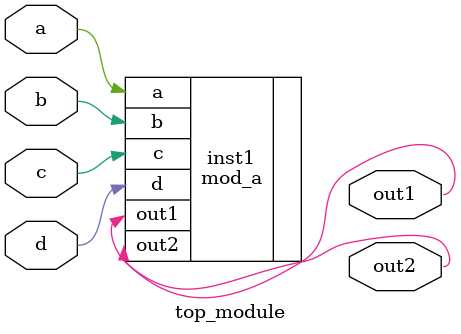
<source format=v>
module top_module ( 
    input a, 
    input b, 
    input c,
    input d,
    output out1,
    output out2
);

    mod_a inst1 (
        .out1(out1), 
        .out2(out2), 
        .a(a), 
        .b(b), 
        .c(c), 
        .d(d)
    );

endmodule
</source>
